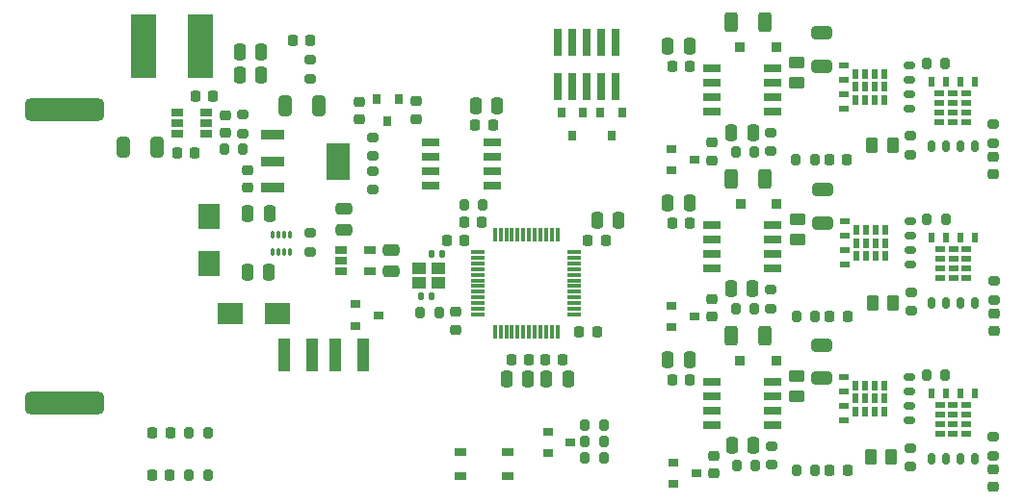
<source format=gtp>
%TF.GenerationSoftware,KiCad,Pcbnew,8.0.9-8.0.9-0~ubuntu22.04.1*%
%TF.CreationDate,2025-12-20T23:57:42-07:00*%
%TF.ProjectId,ESC_KiCAD,4553435f-4b69-4434-9144-2e6b69636164,A*%
%TF.SameCoordinates,Original*%
%TF.FileFunction,Paste,Top*%
%TF.FilePolarity,Positive*%
%FSLAX46Y46*%
G04 Gerber Fmt 4.6, Leading zero omitted, Abs format (unit mm)*
G04 Created by KiCad (PCBNEW 8.0.9-8.0.9-0~ubuntu22.04.1) date 2025-12-20 23:57:42*
%MOMM*%
%LPD*%
G01*
G04 APERTURE LIST*
G04 Aperture macros list*
%AMRoundRect*
0 Rectangle with rounded corners*
0 $1 Rounding radius*
0 $2 $3 $4 $5 $6 $7 $8 $9 X,Y pos of 4 corners*
0 Add a 4 corners polygon primitive as box body*
4,1,4,$2,$3,$4,$5,$6,$7,$8,$9,$2,$3,0*
0 Add four circle primitives for the rounded corners*
1,1,$1+$1,$2,$3*
1,1,$1+$1,$4,$5*
1,1,$1+$1,$6,$7*
1,1,$1+$1,$8,$9*
0 Add four rect primitives between the rounded corners*
20,1,$1+$1,$2,$3,$4,$5,0*
20,1,$1+$1,$4,$5,$6,$7,0*
20,1,$1+$1,$6,$7,$8,$9,0*
20,1,$1+$1,$8,$9,$2,$3,0*%
G04 Aperture macros list end*
%ADD10RoundRect,0.050000X0.725000X0.250000X-0.725000X0.250000X-0.725000X-0.250000X0.725000X-0.250000X0*%
%ADD11R,0.800000X0.900000*%
%ADD12R,1.120000X2.880000*%
%ADD13RoundRect,0.050000X-0.100000X0.285000X-0.100000X-0.285000X0.100000X-0.285000X0.100000X0.285000X0*%
%ADD14R,2.150000X3.250000*%
%ADD15R,2.150000X0.950000*%
%ADD16RoundRect,0.050000X0.500000X-0.250000X0.500000X0.250000X-0.500000X0.250000X-0.500000X-0.250000X0*%
%ADD17RoundRect,0.250000X0.450000X-0.262500X0.450000X0.262500X-0.450000X0.262500X-0.450000X-0.262500X0*%
%ADD18RoundRect,0.200000X0.200000X0.275000X-0.200000X0.275000X-0.200000X-0.275000X0.200000X-0.275000X0*%
%ADD19RoundRect,0.250000X0.650000X-0.325000X0.650000X0.325000X-0.650000X0.325000X-0.650000X-0.325000X0*%
%ADD20RoundRect,0.218750X0.218750X0.256250X-0.218750X0.256250X-0.218750X-0.256250X0.218750X-0.256250X0*%
%ADD21RoundRect,0.200000X0.275000X-0.200000X0.275000X0.200000X-0.275000X0.200000X-0.275000X-0.200000X0*%
%ADD22RoundRect,0.500000X-3.000000X-0.500000X3.000000X-0.500000X3.000000X0.500000X-3.000000X0.500000X0*%
%ADD23RoundRect,0.225000X-0.225000X-0.250000X0.225000X-0.250000X0.225000X0.250000X-0.225000X0.250000X0*%
%ADD24RoundRect,0.225000X-0.250000X0.225000X-0.250000X-0.225000X0.250000X-0.225000X0.250000X0.225000X0*%
%ADD25R,0.900000X0.800000*%
%ADD26RoundRect,0.250000X-0.250000X-0.475000X0.250000X-0.475000X0.250000X0.475000X-0.250000X0.475000X0*%
%ADD27RoundRect,0.200000X-0.200000X-0.275000X0.200000X-0.275000X0.200000X0.275000X-0.200000X0.275000X0*%
%ADD28RoundRect,0.250000X-0.312500X-0.625000X0.312500X-0.625000X0.312500X0.625000X-0.312500X0.625000X0*%
%ADD29RoundRect,0.150000X0.150000X0.375000X-0.150000X0.375000X-0.150000X-0.375000X0.150000X-0.375000X0*%
%ADD30R,0.600000X0.900000*%
%ADD31R,0.900000X0.600000*%
%ADD32RoundRect,0.150000X-0.375000X0.150000X-0.375000X-0.150000X0.375000X-0.150000X0.375000X0.150000X0*%
%ADD33R,0.304800X1.193800*%
%ADD34R,1.193800X0.304800*%
%ADD35RoundRect,0.250000X0.250000X0.475000X-0.250000X0.475000X-0.250000X-0.475000X0.250000X-0.475000X0*%
%ADD36RoundRect,0.250000X-0.325000X-0.650000X0.325000X-0.650000X0.325000X0.650000X-0.325000X0.650000X0*%
%ADD37RoundRect,0.225000X0.225000X0.250000X-0.225000X0.250000X-0.225000X-0.250000X0.225000X-0.250000X0*%
%ADD38RoundRect,0.200000X-0.275000X0.200000X-0.275000X-0.200000X0.275000X-0.200000X0.275000X0.200000X0*%
%ADD39RoundRect,0.250000X-0.262500X-0.450000X0.262500X-0.450000X0.262500X0.450000X-0.262500X0.450000X0*%
%ADD40RoundRect,0.140000X0.140000X0.170000X-0.140000X0.170000X-0.140000X-0.170000X0.140000X-0.170000X0*%
%ADD41RoundRect,0.250000X0.325000X0.650000X-0.325000X0.650000X-0.325000X-0.650000X0.325000X-0.650000X0*%
%ADD42R,1.900000X2.200000*%
%ADD43RoundRect,0.225000X0.250000X-0.225000X0.250000X0.225000X-0.250000X0.225000X-0.250000X-0.225000X0*%
%ADD44RoundRect,0.050000X-0.725000X-0.250000X0.725000X-0.250000X0.725000X0.250000X-0.725000X0.250000X0*%
%ADD45R,2.200000X5.700000*%
%ADD46R,1.050000X0.650000*%
%ADD47RoundRect,0.250000X-0.475000X0.250000X-0.475000X-0.250000X0.475000X-0.250000X0.475000X0.250000X0*%
%ADD48RoundRect,0.250000X0.475000X-0.250000X0.475000X0.250000X-0.475000X0.250000X-0.475000X-0.250000X0*%
%ADD49R,0.900000X0.950000*%
%ADD50R,0.800000X2.400000*%
%ADD51R,1.200000X1.000000*%
%ADD52R,2.200000X1.900000*%
G04 APERTURE END LIST*
D10*
X157400000Y-83705000D03*
X157400000Y-82435000D03*
X157400000Y-81165000D03*
X157400000Y-79895000D03*
X162800000Y-79895000D03*
X162800000Y-81165000D03*
X162800000Y-82435000D03*
X162800000Y-83705000D03*
D11*
X153624400Y-78050000D03*
X152674400Y-76050000D03*
X154574400Y-76050000D03*
D12*
X151500000Y-98608100D03*
X149000000Y-98608100D03*
X147000000Y-98608100D03*
X144500000Y-98608100D03*
D13*
X145000189Y-89525600D03*
X144500063Y-89525600D03*
X144000000Y-89525600D03*
X143500000Y-89525600D03*
X143500000Y-88025600D03*
X144000000Y-88025600D03*
X144500000Y-88025600D03*
X145000189Y-88025600D03*
D14*
X149300000Y-81550000D03*
D15*
X143500000Y-83850000D03*
X143500000Y-81550000D03*
X143500000Y-79250000D03*
D16*
X137700000Y-77249999D03*
X137700000Y-78200000D03*
X137700000Y-79149998D03*
X135100000Y-79149998D03*
X135100000Y-78200000D03*
X135100000Y-77250000D03*
D17*
X189650000Y-86637500D03*
X189650000Y-88462500D03*
D11*
X173284400Y-79300000D03*
X172334400Y-77300000D03*
X174234400Y-77300000D03*
D18*
X139275000Y-80500000D03*
X140925000Y-80500000D03*
D19*
X191850000Y-84025000D03*
X191850000Y-86975000D03*
D20*
X192493450Y-95200000D03*
X194068450Y-95200000D03*
D21*
X187255000Y-92875000D03*
X187255000Y-94525000D03*
D22*
X125200000Y-77000000D03*
D23*
X180170000Y-73195000D03*
X178620000Y-73195000D03*
D24*
X182150000Y-81470000D03*
X182150000Y-79920000D03*
D25*
X152800000Y-95100000D03*
X150800000Y-96050000D03*
X150800000Y-94150000D03*
D26*
X180150000Y-85195000D03*
X178250000Y-85195000D03*
D27*
X137837500Y-105500000D03*
X136187500Y-105500000D03*
D20*
X192444050Y-81400000D03*
X194019050Y-81400000D03*
D18*
X184225000Y-80745000D03*
X185875000Y-80745000D03*
D28*
X186757500Y-96895000D03*
X183832500Y-96895000D03*
D26*
X143250000Y-86200000D03*
X141350000Y-86200000D03*
D25*
X180600000Y-95215000D03*
X178600000Y-96165000D03*
X178600000Y-94265000D03*
D29*
X205205000Y-107720000D03*
X203935000Y-107720000D03*
X202665000Y-107720000D03*
X201395000Y-107720000D03*
D30*
X205205000Y-101995000D03*
X203935000Y-101995000D03*
X202665000Y-101995000D03*
X201395000Y-101995000D03*
D31*
X204450000Y-102995000D03*
X203300000Y-102995000D03*
X202150000Y-102995000D03*
X204450000Y-103845000D03*
X203300000Y-103845000D03*
X202150000Y-103845000D03*
X204450000Y-104695000D03*
X203300000Y-104695000D03*
X202150000Y-104695000D03*
X204450000Y-105545000D03*
X203300000Y-105545000D03*
X202150000Y-105545000D03*
D32*
X199525000Y-86845000D03*
X199525000Y-88115000D03*
X199525000Y-89385000D03*
X199525000Y-90655000D03*
D31*
X193800000Y-86845000D03*
X193800000Y-88115000D03*
X193800000Y-89385000D03*
X193800000Y-90655000D03*
D30*
X194800000Y-87600000D03*
X194800000Y-88750000D03*
X194800000Y-89900000D03*
X195650000Y-87600000D03*
X195650000Y-88750000D03*
X195650000Y-89900000D03*
X196500000Y-87600000D03*
X196500000Y-88750000D03*
X196500000Y-89900000D03*
X197350000Y-87600000D03*
X197350000Y-88750000D03*
X197350000Y-89900000D03*
D18*
X160325000Y-85399999D03*
X161975000Y-85399999D03*
D27*
X202620000Y-100395000D03*
X200970000Y-100395000D03*
D33*
X163050000Y-88050000D03*
X163549999Y-88050000D03*
X164050001Y-88050000D03*
X164550000Y-88050000D03*
X165049999Y-88050000D03*
X165550000Y-88050000D03*
X166050000Y-88050000D03*
X166550001Y-88050000D03*
X167050000Y-88050000D03*
X167549999Y-88050000D03*
X168050001Y-88050000D03*
X168550000Y-88050000D03*
D34*
X170049999Y-89549999D03*
X170049999Y-90049998D03*
X170049999Y-90550000D03*
X170049999Y-91049999D03*
X170049999Y-91549998D03*
X170049999Y-92049999D03*
X170049999Y-92549999D03*
X170049999Y-93050000D03*
X170049999Y-93549999D03*
X170049999Y-94049998D03*
X170049999Y-94550000D03*
X170049999Y-95049999D03*
D33*
X168550000Y-96549998D03*
X168050001Y-96549998D03*
X167549999Y-96549998D03*
X167050000Y-96549998D03*
X166550001Y-96549998D03*
X166050000Y-96549998D03*
X165550000Y-96549998D03*
X165049999Y-96549998D03*
X164550000Y-96549998D03*
X164050001Y-96549998D03*
X163549999Y-96549998D03*
X163050000Y-96549998D03*
D34*
X161550001Y-95049999D03*
X161550001Y-94550000D03*
X161550001Y-94049998D03*
X161550001Y-93549999D03*
X161550001Y-93050000D03*
X161550001Y-92549999D03*
X161550001Y-92049999D03*
X161550001Y-91549998D03*
X161550001Y-91049999D03*
X161550001Y-90550000D03*
X161550001Y-90049998D03*
X161550001Y-89549999D03*
D35*
X183900000Y-106595000D03*
X185800000Y-106595000D03*
D17*
X189595000Y-72832500D03*
X189595000Y-74657500D03*
D36*
X147575000Y-76700000D03*
X144625000Y-76700000D03*
D37*
X170475000Y-96549999D03*
X172025000Y-96549999D03*
D23*
X160375000Y-88499999D03*
X158825000Y-88499999D03*
D38*
X206950000Y-93775000D03*
X206950000Y-92125000D03*
X146800000Y-74275000D03*
X146800000Y-72625000D03*
D21*
X187250000Y-79015000D03*
X187250000Y-80665000D03*
D24*
X182295000Y-109035000D03*
X182295000Y-107485000D03*
D27*
X202620000Y-72945000D03*
X200970000Y-72945000D03*
D38*
X206850000Y-79965000D03*
X206850000Y-78315000D03*
D27*
X172625000Y-107700000D03*
X170975000Y-107700000D03*
D38*
X140850000Y-79125000D03*
X140850000Y-77475000D03*
X199650000Y-94750000D03*
X199650000Y-93100000D03*
D11*
X169834400Y-79300000D03*
X168884400Y-77300000D03*
X170784400Y-77300000D03*
D38*
X199595000Y-108470000D03*
X199595000Y-106820000D03*
D26*
X143200000Y-91350000D03*
X141300000Y-91350000D03*
D19*
X191795000Y-70270000D03*
X191795000Y-73220000D03*
D23*
X162875000Y-78400000D03*
X161325000Y-78400000D03*
D39*
X198062500Y-94000000D03*
X196237500Y-94000000D03*
D23*
X180175000Y-86995000D03*
X178625000Y-86995000D03*
D20*
X132900000Y-109200000D03*
X134475000Y-109200000D03*
D40*
X156520001Y-93449999D03*
X157480001Y-93449999D03*
D37*
X136725000Y-75800000D03*
X138275000Y-75800000D03*
D29*
X205200000Y-80270000D03*
X203930000Y-80270000D03*
X202660000Y-80270000D03*
X201390000Y-80270000D03*
D30*
X205200000Y-74545000D03*
X203930000Y-74545000D03*
X202660000Y-74545000D03*
X201390000Y-74545000D03*
D31*
X204445000Y-75545000D03*
X203295000Y-75545000D03*
X202145000Y-75545000D03*
X204445000Y-76395000D03*
X203295000Y-76395000D03*
X202145000Y-76395000D03*
X204445000Y-77245000D03*
X203295000Y-77245000D03*
X202145000Y-77245000D03*
X204445000Y-78095000D03*
X203295000Y-78095000D03*
X202145000Y-78095000D03*
D39*
X198007500Y-80145000D03*
X196182500Y-80145000D03*
D28*
X186762500Y-83095000D03*
X183837500Y-83095000D03*
D38*
X206850000Y-107475000D03*
X206850000Y-105825000D03*
D24*
X139350000Y-79075000D03*
X139350000Y-77525000D03*
D27*
X191206550Y-95200000D03*
X189556550Y-95200000D03*
D26*
X142500000Y-71900000D03*
X140600000Y-71900000D03*
D23*
X161925000Y-86899999D03*
X160375000Y-86899999D03*
D27*
X202675000Y-86700000D03*
X201025000Y-86700000D03*
D41*
X130425000Y-80300000D03*
X133375000Y-80300000D03*
D42*
X137900000Y-90588100D03*
X137900000Y-86388100D03*
D22*
X125200000Y-102800000D03*
D37*
X135125000Y-80800000D03*
X136675000Y-80800000D03*
D27*
X191181550Y-81400000D03*
X189531550Y-81400000D03*
D43*
X156100000Y-76275000D03*
X156100000Y-77825000D03*
D44*
X187495000Y-100990000D03*
X187495000Y-102260000D03*
X187495000Y-103530000D03*
X187495000Y-104800000D03*
X182095000Y-104800000D03*
X182095000Y-103530000D03*
X182095000Y-102260000D03*
X182095000Y-100990000D03*
D38*
X152345000Y-81125000D03*
X152345000Y-79475000D03*
D27*
X137825000Y-109200000D03*
X136175000Y-109200000D03*
D43*
X206850000Y-108675000D03*
X206850000Y-110225000D03*
D45*
X137200000Y-71400000D03*
X132200000Y-71400000D03*
D17*
X189595000Y-100432500D03*
X189595000Y-102257500D03*
D37*
X171225000Y-88499999D03*
X172775000Y-88499999D03*
D35*
X183805000Y-92800000D03*
X185705000Y-92800000D03*
D27*
X172625000Y-104800000D03*
X170975000Y-104800000D03*
D38*
X146850000Y-89525000D03*
X146850000Y-87875000D03*
D43*
X206950000Y-94975000D03*
X206950000Y-96525000D03*
D27*
X191212500Y-108800000D03*
X189562500Y-108800000D03*
D43*
X151150000Y-76300000D03*
X151150000Y-77850000D03*
D35*
X183832500Y-79040000D03*
X185732500Y-79040000D03*
D18*
X184225000Y-94515000D03*
X185875000Y-94515000D03*
D21*
X187350000Y-106620000D03*
X187350000Y-108270000D03*
D16*
X152100000Y-89349999D03*
X152100000Y-91249998D03*
X149500000Y-91249998D03*
X149500000Y-90300000D03*
X149500000Y-89350000D03*
D46*
X164150600Y-109275000D03*
X160000600Y-109275000D03*
X164150600Y-107125000D03*
X160000600Y-107125000D03*
D27*
X158125001Y-94899999D03*
X156475001Y-94899999D03*
D26*
X142500000Y-74000000D03*
X140600000Y-74000000D03*
D39*
X197907500Y-107595000D03*
X196082500Y-107595000D03*
D44*
X187495000Y-73390000D03*
X187495000Y-74660000D03*
X187495000Y-75930000D03*
X187495000Y-77200000D03*
X182095000Y-77200000D03*
X182095000Y-75930000D03*
X182095000Y-74660000D03*
X182095000Y-73390000D03*
D25*
X180600000Y-81445000D03*
X178600000Y-82395000D03*
X178600000Y-80495000D03*
D47*
X149800000Y-87600000D03*
X149800000Y-85700000D03*
D48*
X153950000Y-89350000D03*
X153950000Y-91250000D03*
D37*
X167475000Y-98999999D03*
X169025000Y-98999999D03*
D28*
X186757500Y-69295000D03*
X183832500Y-69295000D03*
D35*
X167600000Y-100749999D03*
X169500000Y-100749999D03*
D20*
X132925000Y-105500000D03*
X134500000Y-105500000D03*
D18*
X184320000Y-108310000D03*
X185970000Y-108310000D03*
D29*
X205255000Y-94025000D03*
X203985000Y-94025000D03*
X202715000Y-94025000D03*
X201445000Y-94025000D03*
D30*
X205255000Y-88300000D03*
X203985000Y-88300000D03*
X202715000Y-88300000D03*
X201445000Y-88300000D03*
D31*
X204500000Y-89300000D03*
X203350000Y-89300000D03*
X202200000Y-89300000D03*
X204500000Y-90150000D03*
X203350000Y-90150000D03*
X202200000Y-90150000D03*
X204500000Y-91000000D03*
X203350000Y-91000000D03*
X202200000Y-91000000D03*
X204500000Y-91850000D03*
X203350000Y-91850000D03*
X202200000Y-91850000D03*
D24*
X182150000Y-95240000D03*
X182150000Y-93690000D03*
D26*
X165950000Y-100749999D03*
X164050000Y-100749999D03*
X172050000Y-86750000D03*
X173950000Y-86750000D03*
D20*
X145262500Y-70950000D03*
X146837500Y-70950000D03*
D49*
X184620000Y-99095000D03*
X187770000Y-99095000D03*
X184620000Y-71495000D03*
X187770000Y-71495000D03*
D50*
X168570000Y-75000000D03*
X168570000Y-71099998D03*
X169840000Y-75000000D03*
X169840000Y-71099998D03*
X171110000Y-75000000D03*
X171110000Y-71099998D03*
X172380000Y-75000000D03*
X172380000Y-71099998D03*
X173650000Y-75000000D03*
X173650000Y-71099998D03*
D43*
X159600001Y-94824999D03*
X159600001Y-96374999D03*
D20*
X192462500Y-108800000D03*
X194037500Y-108800000D03*
D32*
X199470000Y-73090000D03*
X199470000Y-74360000D03*
X199470000Y-75630000D03*
X199470000Y-76900000D03*
D31*
X193745000Y-73090000D03*
X193745000Y-74360000D03*
X193745000Y-75630000D03*
X193745000Y-76900000D03*
D30*
X194745000Y-73845000D03*
X194745000Y-74995000D03*
X194745000Y-76145000D03*
X195595000Y-73845000D03*
X195595000Y-74995000D03*
X195595000Y-76145000D03*
X196445000Y-73845000D03*
X196445000Y-74995000D03*
X196445000Y-76145000D03*
X197295000Y-73845000D03*
X197295000Y-74995000D03*
X197295000Y-76145000D03*
D40*
X157470001Y-89749999D03*
X158430001Y-89749999D03*
D24*
X141350000Y-83875000D03*
X141350000Y-82325000D03*
D25*
X169700000Y-106300000D03*
X167700000Y-107250000D03*
X167700000Y-105350000D03*
D26*
X180145000Y-98995000D03*
X178245000Y-98995000D03*
D38*
X199595000Y-80970000D03*
X199595000Y-79320000D03*
D23*
X180170000Y-100795000D03*
X178620000Y-100795000D03*
D38*
X152345000Y-84075000D03*
X152345000Y-82425000D03*
D49*
X184625000Y-85295000D03*
X187775000Y-85295000D03*
D23*
X166075000Y-98999999D03*
X164525000Y-98999999D03*
D44*
X187500000Y-87195000D03*
X187500000Y-88465000D03*
X187500000Y-89735000D03*
X187500000Y-91005000D03*
X182100000Y-91005000D03*
X182100000Y-89735000D03*
X182100000Y-88465000D03*
X182100000Y-87195000D03*
D51*
X158100001Y-92249999D03*
X156400001Y-92249999D03*
X156400001Y-90949999D03*
X158100001Y-90949999D03*
D52*
X139750000Y-94950000D03*
X143950000Y-94950000D03*
D26*
X180145000Y-71395000D03*
X178245000Y-71395000D03*
D43*
X206850000Y-81175000D03*
X206850000Y-82725000D03*
D32*
X199470000Y-100540000D03*
X199470000Y-101810000D03*
X199470000Y-103080000D03*
X199470000Y-104350000D03*
D31*
X193745000Y-100540000D03*
X193745000Y-101810000D03*
X193745000Y-103080000D03*
X193745000Y-104350000D03*
D30*
X194745000Y-101295000D03*
X194745000Y-102445000D03*
X194745000Y-103595000D03*
X195595000Y-101295000D03*
X195595000Y-102445000D03*
X195595000Y-103595000D03*
X196445000Y-101295000D03*
X196445000Y-102445000D03*
X196445000Y-103595000D03*
X197295000Y-101295000D03*
X197295000Y-102445000D03*
X197295000Y-103595000D03*
D27*
X172625000Y-106250000D03*
X170975000Y-106250000D03*
D25*
X180745000Y-109035600D03*
X178745000Y-109985600D03*
X178745000Y-108085600D03*
D26*
X163250000Y-76700000D03*
X161350000Y-76700000D03*
D19*
X191800000Y-97720000D03*
X191800000Y-100670000D03*
M02*

</source>
